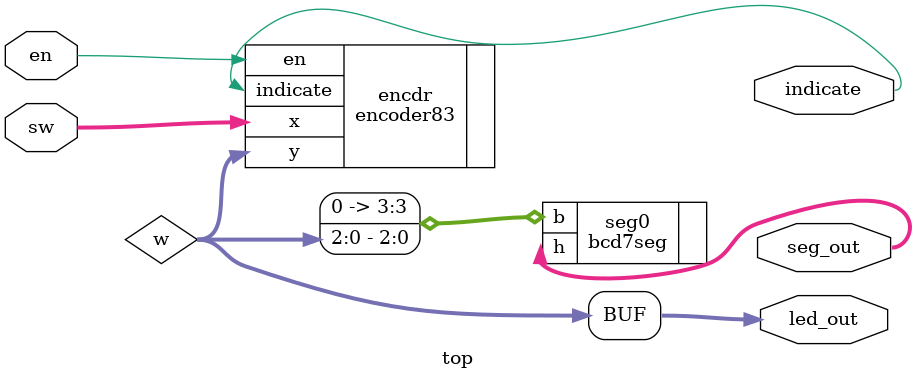
<source format=v>
module top(
    input [7:0]sw,
    input en,
    output reg [2:0] led_out,
    output reg indicate,
    output reg [6:0] seg_out
);

wire [2:0]w;

assign led_out = w;

encoder83 encdr(
    .x(sw),
    .en(en),
    .y(w),
    .indicate(indicate)
);

bcd7seg seg0(
    .b({1'b0,w}),
    .h(seg_out)
);
endmodule


</source>
